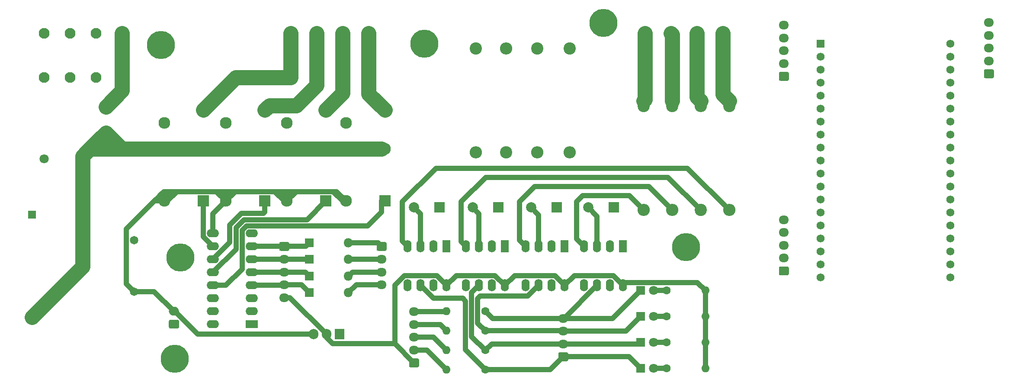
<source format=gbr>
G04 #@! TF.GenerationSoftware,KiCad,Pcbnew,(5.1.6)-1*
G04 #@! TF.CreationDate,2021-09-20T00:00:24+02:00*
G04 #@! TF.ProjectId,hamodule,68616d6f-6475-46c6-952e-6b696361645f,rev?*
G04 #@! TF.SameCoordinates,Original*
G04 #@! TF.FileFunction,Copper,L1,Top*
G04 #@! TF.FilePolarity,Positive*
%FSLAX46Y46*%
G04 Gerber Fmt 4.6, Leading zero omitted, Abs format (unit mm)*
G04 Created by KiCad (PCBNEW (5.1.6)-1) date 2021-09-20 00:00:24*
%MOMM*%
%LPD*%
G01*
G04 APERTURE LIST*
G04 #@! TA.AperFunction,ComponentPad*
%ADD10C,1.560000*%
G04 #@! TD*
G04 #@! TA.AperFunction,ComponentPad*
%ADD11R,1.560000X1.560000*%
G04 #@! TD*
G04 #@! TA.AperFunction,ComponentPad*
%ADD12O,1.950000X1.700000*%
G04 #@! TD*
G04 #@! TA.AperFunction,ComponentPad*
%ADD13O,1.800000X1.800000*%
G04 #@! TD*
G04 #@! TA.AperFunction,ComponentPad*
%ADD14R,1.800000X1.800000*%
G04 #@! TD*
G04 #@! TA.AperFunction,ComponentPad*
%ADD15C,1.800000*%
G04 #@! TD*
G04 #@! TA.AperFunction,ComponentPad*
%ADD16C,2.100000*%
G04 #@! TD*
G04 #@! TA.AperFunction,ComponentPad*
%ADD17C,5.500000*%
G04 #@! TD*
G04 #@! TA.AperFunction,ComponentPad*
%ADD18C,2.300000*%
G04 #@! TD*
G04 #@! TA.AperFunction,ComponentPad*
%ADD19R,2.300000X2.300000*%
G04 #@! TD*
G04 #@! TA.AperFunction,ComponentPad*
%ADD20O,2.400000X2.400000*%
G04 #@! TD*
G04 #@! TA.AperFunction,ComponentPad*
%ADD21C,2.400000*%
G04 #@! TD*
G04 #@! TA.AperFunction,ComponentPad*
%ADD22C,2.000000*%
G04 #@! TD*
G04 #@! TA.AperFunction,ComponentPad*
%ADD23R,2.000000X2.000000*%
G04 #@! TD*
G04 #@! TA.AperFunction,ComponentPad*
%ADD24R,2.400000X1.600000*%
G04 #@! TD*
G04 #@! TA.AperFunction,ComponentPad*
%ADD25O,2.400000X1.600000*%
G04 #@! TD*
G04 #@! TA.AperFunction,ComponentPad*
%ADD26O,1.600000X2.400000*%
G04 #@! TD*
G04 #@! TA.AperFunction,ComponentPad*
%ADD27R,1.600000X2.400000*%
G04 #@! TD*
G04 #@! TA.AperFunction,ComponentPad*
%ADD28O,1.905000X2.000000*%
G04 #@! TD*
G04 #@! TA.AperFunction,ComponentPad*
%ADD29R,1.905000X2.000000*%
G04 #@! TD*
G04 #@! TA.AperFunction,ComponentPad*
%ADD30O,1.600000X1.600000*%
G04 #@! TD*
G04 #@! TA.AperFunction,ComponentPad*
%ADD31C,1.600000*%
G04 #@! TD*
G04 #@! TA.AperFunction,ComponentPad*
%ADD32O,2.000000X1.700000*%
G04 #@! TD*
G04 #@! TA.AperFunction,ComponentPad*
%ADD33C,1.650000*%
G04 #@! TD*
G04 #@! TA.AperFunction,ComponentPad*
%ADD34R,1.650000X1.650000*%
G04 #@! TD*
G04 #@! TA.AperFunction,Conductor*
%ADD35C,3.000000*%
G04 #@! TD*
G04 #@! TA.AperFunction,Conductor*
%ADD36C,1.000000*%
G04 #@! TD*
G04 APERTURE END LIST*
D10*
X206595000Y-67020000D03*
X206595000Y-64480000D03*
X206595000Y-61940000D03*
X206595000Y-59400000D03*
X206595000Y-56860000D03*
X206595000Y-54320000D03*
X206595000Y-51780000D03*
X206595000Y-49240000D03*
X206595000Y-46700000D03*
X206595000Y-44160000D03*
X206595000Y-41620000D03*
X206595000Y-39080000D03*
X206595000Y-36540000D03*
X206595000Y-34000000D03*
X206595000Y-31460000D03*
X206595000Y-28920000D03*
X206595000Y-26380000D03*
X206595000Y-23840000D03*
X206595000Y-21300000D03*
X181195000Y-64480000D03*
X181195000Y-61940000D03*
X181195000Y-59400000D03*
X181195000Y-56860000D03*
X181195000Y-54320000D03*
X181195000Y-51780000D03*
X181195000Y-49240000D03*
X181195000Y-46700000D03*
X181195000Y-44160000D03*
X181195000Y-41620000D03*
X181195000Y-39080000D03*
X181195000Y-36540000D03*
X181195000Y-34000000D03*
X181195000Y-31460000D03*
X181195000Y-28920000D03*
X181195000Y-26380000D03*
X181195000Y-67020000D03*
X181195000Y-23840000D03*
D11*
X181195000Y-21300000D03*
D12*
X173990000Y-55746000D03*
X173990000Y-58246000D03*
X173990000Y-60746000D03*
X173990000Y-63246000D03*
G04 #@! TA.AperFunction,ComponentPad*
G36*
G01*
X174715000Y-66596000D02*
X173265000Y-66596000D01*
G75*
G02*
X173015000Y-66346000I0J250000D01*
G01*
X173015000Y-65146000D01*
G75*
G02*
X173265000Y-64896000I250000J0D01*
G01*
X174715000Y-64896000D01*
G75*
G02*
X174965000Y-65146000I0J-250000D01*
G01*
X174965000Y-66346000D01*
G75*
G02*
X174715000Y-66596000I-250000J0D01*
G01*
G37*
G04 #@! TD.AperFunction*
X214122000Y-17178000D03*
X214122000Y-19678000D03*
X214122000Y-22178000D03*
X214122000Y-24678000D03*
G04 #@! TA.AperFunction,ComponentPad*
G36*
G01*
X214847000Y-28028000D02*
X213397000Y-28028000D01*
G75*
G02*
X213147000Y-27778000I0J250000D01*
G01*
X213147000Y-26578000D01*
G75*
G02*
X213397000Y-26328000I250000J0D01*
G01*
X214847000Y-26328000D01*
G75*
G02*
X215097000Y-26578000I0J-250000D01*
G01*
X215097000Y-27778000D01*
G75*
G02*
X214847000Y-28028000I-250000J0D01*
G01*
G37*
G04 #@! TD.AperFunction*
X173990000Y-17686000D03*
X173990000Y-20186000D03*
X173990000Y-22686000D03*
X173990000Y-25186000D03*
G04 #@! TA.AperFunction,ComponentPad*
G36*
G01*
X174715000Y-28536000D02*
X173265000Y-28536000D01*
G75*
G02*
X173015000Y-28286000I0J250000D01*
G01*
X173015000Y-27086000D01*
G75*
G02*
X173265000Y-26836000I250000J0D01*
G01*
X174715000Y-26836000D01*
G75*
G02*
X174965000Y-27086000I0J-250000D01*
G01*
X174965000Y-28286000D01*
G75*
G02*
X174715000Y-28536000I-250000J0D01*
G01*
G37*
G04 #@! TD.AperFunction*
D13*
X88750000Y-60250000D03*
D14*
X81130000Y-60250000D03*
D13*
X88750000Y-63500000D03*
D14*
X81130000Y-63500000D03*
D13*
X88750000Y-66750000D03*
D14*
X81130000Y-66750000D03*
D13*
X88750000Y-70000000D03*
D14*
X81130000Y-70000000D03*
D15*
X36710000Y-45448330D03*
X29210000Y-43815000D03*
D16*
X29210000Y-19240000D03*
X29210000Y-27940000D03*
X34290000Y-19240000D03*
X34290000Y-27940000D03*
X39370000Y-19240000D03*
X39370000Y-27940000D03*
X44450000Y-19240000D03*
X44450000Y-27940000D03*
D17*
X52070000Y-21590000D03*
D18*
X76708000Y-52070000D03*
X76708000Y-36830000D03*
X84328000Y-34290000D03*
X84328000Y-41910000D03*
D19*
X84328000Y-52070000D03*
D20*
X132080000Y-42545000D03*
D21*
X132080000Y-22225000D03*
D20*
X125730000Y-42545000D03*
D21*
X125730000Y-22225000D03*
D22*
X113110000Y-53340000D03*
D23*
X118110000Y-53340000D03*
D22*
X124540000Y-53340000D03*
D23*
X129540000Y-53340000D03*
D24*
X69850000Y-76200000D03*
D25*
X62230000Y-58420000D03*
X69850000Y-73660000D03*
X62230000Y-60960000D03*
X69850000Y-71120000D03*
X62230000Y-63500000D03*
X69850000Y-68580000D03*
X62230000Y-66040000D03*
X69850000Y-66040000D03*
X62230000Y-68580000D03*
X69850000Y-63500000D03*
X62230000Y-71120000D03*
X69850000Y-60960000D03*
X62230000Y-73660000D03*
X69850000Y-58420000D03*
X62230000Y-76200000D03*
D12*
X95250000Y-68460000D03*
X95250000Y-65960000D03*
X95250000Y-63460000D03*
G04 #@! TA.AperFunction,ComponentPad*
G36*
G01*
X94525000Y-60110000D02*
X95975000Y-60110000D01*
G75*
G02*
X96225000Y-60360000I0J-250000D01*
G01*
X96225000Y-61560000D01*
G75*
G02*
X95975000Y-61810000I-250000J0D01*
G01*
X94525000Y-61810000D01*
G75*
G02*
X94275000Y-61560000I0J250000D01*
G01*
X94275000Y-60360000D01*
G75*
G02*
X94525000Y-60110000I250000J0D01*
G01*
G37*
G04 #@! TD.AperFunction*
X101600000Y-73740000D03*
X101600000Y-76240000D03*
X101600000Y-78740000D03*
X101600000Y-81240000D03*
G04 #@! TA.AperFunction,ComponentPad*
G36*
G01*
X102325000Y-84590000D02*
X100875000Y-84590000D01*
G75*
G02*
X100625000Y-84340000I0J250000D01*
G01*
X100625000Y-83140000D01*
G75*
G02*
X100875000Y-82890000I250000J0D01*
G01*
X102325000Y-82890000D01*
G75*
G02*
X102575000Y-83140000I0J-250000D01*
G01*
X102575000Y-84340000D01*
G75*
G02*
X102325000Y-84590000I-250000J0D01*
G01*
G37*
G04 #@! TD.AperFunction*
D26*
X119380000Y-68580000D03*
X111760000Y-60960000D03*
X116840000Y-68580000D03*
X114300000Y-60960000D03*
X114300000Y-68580000D03*
X116840000Y-60960000D03*
X111760000Y-68580000D03*
D27*
X119380000Y-60960000D03*
D26*
X142494000Y-68580000D03*
X134874000Y-60960000D03*
X139954000Y-68580000D03*
X137414000Y-60960000D03*
X137414000Y-68580000D03*
X139954000Y-60960000D03*
X134874000Y-68580000D03*
D27*
X142494000Y-60960000D03*
D26*
X131064000Y-68580000D03*
X123444000Y-60960000D03*
X128524000Y-68580000D03*
X125984000Y-60960000D03*
X125984000Y-68580000D03*
X128524000Y-60960000D03*
X123444000Y-68580000D03*
D27*
X131064000Y-60960000D03*
D26*
X107950000Y-68580000D03*
X100330000Y-60960000D03*
X105410000Y-68580000D03*
X102870000Y-60960000D03*
X102870000Y-68580000D03*
X105410000Y-60960000D03*
X100330000Y-68580000D03*
D27*
X107950000Y-60960000D03*
D28*
X81915000Y-78105000D03*
X84455000Y-78105000D03*
D29*
X86995000Y-78105000D03*
D30*
X158623000Y-84836000D03*
D31*
X151003000Y-84836000D03*
D30*
X158623000Y-79756000D03*
D31*
X151003000Y-79756000D03*
D30*
X158623000Y-74676000D03*
D31*
X151003000Y-74676000D03*
D30*
X107950000Y-85090000D03*
D31*
X115570000Y-85090000D03*
D30*
X107950000Y-81280000D03*
D31*
X115570000Y-81280000D03*
D30*
X107950000Y-77470000D03*
D31*
X115570000Y-77470000D03*
D30*
X107950000Y-73660000D03*
D31*
X115570000Y-73660000D03*
D30*
X158623000Y-69596000D03*
D31*
X151003000Y-69596000D03*
D12*
X76200000Y-70960000D03*
X76200000Y-68460000D03*
X76200000Y-65960000D03*
X76200000Y-63460000D03*
G04 #@! TA.AperFunction,ComponentPad*
G36*
G01*
X75475000Y-60110000D02*
X76925000Y-60110000D01*
G75*
G02*
X77175000Y-60360000I0J-250000D01*
G01*
X77175000Y-61560000D01*
G75*
G02*
X76925000Y-61810000I-250000J0D01*
G01*
X75475000Y-61810000D01*
G75*
G02*
X75225000Y-61560000I0J250000D01*
G01*
X75225000Y-60360000D01*
G75*
G02*
X75475000Y-60110000I250000J0D01*
G01*
G37*
G04 #@! TD.AperFunction*
D15*
X148463000Y-84836000D03*
D14*
X145923000Y-84836000D03*
D15*
X148463000Y-79756000D03*
D14*
X145923000Y-79756000D03*
D15*
X148463000Y-74676000D03*
D14*
X145923000Y-74676000D03*
D15*
X148463000Y-69596000D03*
D14*
X145923000Y-69596000D03*
D22*
X135716000Y-53340000D03*
D23*
X140716000Y-53340000D03*
D22*
X101600000Y-53340000D03*
D23*
X106600000Y-53340000D03*
D12*
X130810000Y-75050000D03*
X130810000Y-77550000D03*
X130810000Y-80050000D03*
G04 #@! TA.AperFunction,ComponentPad*
G36*
G01*
X131535000Y-83400000D02*
X130085000Y-83400000D01*
G75*
G02*
X129835000Y-83150000I0J250000D01*
G01*
X129835000Y-81950000D01*
G75*
G02*
X130085000Y-81700000I250000J0D01*
G01*
X131535000Y-81700000D01*
G75*
G02*
X131785000Y-81950000I0J-250000D01*
G01*
X131785000Y-83150000D01*
G75*
G02*
X131535000Y-83400000I-250000J0D01*
G01*
G37*
G04 #@! TD.AperFunction*
D32*
X54610000Y-73660000D03*
G04 #@! TA.AperFunction,ComponentPad*
G36*
G01*
X55360000Y-77010000D02*
X53860000Y-77010000D01*
G75*
G02*
X53610000Y-76760000I0J250000D01*
G01*
X53610000Y-75560000D01*
G75*
G02*
X53860000Y-75310000I250000J0D01*
G01*
X55360000Y-75310000D01*
G75*
G02*
X55610000Y-75560000I0J-250000D01*
G01*
X55610000Y-76760000D01*
G75*
G02*
X55360000Y-77010000I-250000J0D01*
G01*
G37*
G04 #@! TD.AperFunction*
D20*
X163322000Y-53848000D03*
D21*
X163322000Y-33528000D03*
D20*
X113665000Y-42545000D03*
D21*
X113665000Y-22225000D03*
D20*
X157734000Y-33528000D03*
D21*
X157734000Y-53848000D03*
D20*
X119634000Y-22225000D03*
D21*
X119634000Y-42545000D03*
D20*
X146558000Y-53848000D03*
D21*
X146558000Y-33528000D03*
D20*
X152146000Y-53848000D03*
D21*
X152146000Y-33528000D03*
D33*
X46830000Y-59770000D03*
X46830000Y-69770000D03*
X26830000Y-74770000D03*
D34*
X26830000Y-54770000D03*
D17*
X154800000Y-61100000D03*
X54800000Y-82900000D03*
X55900000Y-63100000D03*
X103632000Y-21336000D03*
X138684000Y-17272000D03*
D22*
X41275000Y-38735000D03*
X41275000Y-33655000D03*
D18*
X52705000Y-52070000D03*
X52705000Y-36830000D03*
X60325000Y-34290000D03*
X60325000Y-41910000D03*
D19*
X60325000Y-52070000D03*
D18*
X64770000Y-52070000D03*
X64770000Y-36830000D03*
X72390000Y-34290000D03*
X72390000Y-41910000D03*
D19*
X72390000Y-52070000D03*
D18*
X88265000Y-52070000D03*
X88265000Y-36830000D03*
X95885000Y-34290000D03*
X95885000Y-41910000D03*
D19*
X95885000Y-52070000D03*
D16*
X146812000Y-19240000D03*
X146812000Y-27940000D03*
X151892000Y-19240000D03*
X151892000Y-27940000D03*
X156972000Y-19240000D03*
X156972000Y-27940000D03*
X162052000Y-19240000D03*
X162052000Y-27940000D03*
X77470000Y-19240000D03*
X77470000Y-27940000D03*
X82550000Y-19240000D03*
X82550000Y-27940000D03*
X87630000Y-19240000D03*
X87630000Y-27940000D03*
X92710000Y-19240000D03*
X92710000Y-27940000D03*
D35*
X41275000Y-38735000D02*
X44450000Y-41910000D01*
X44450000Y-41910000D02*
X95250000Y-41910000D01*
X36710000Y-64890000D02*
X26830000Y-74770000D01*
X36710000Y-45448330D02*
X36710000Y-64890000D01*
X36710000Y-45448330D02*
X36710000Y-43300000D01*
X38100000Y-41910000D02*
X41275000Y-38735000D01*
X38100000Y-41910000D02*
X44450000Y-41910000D01*
X36710000Y-43300000D02*
X38100000Y-41910000D01*
D36*
X85779999Y-50219999D02*
X78050001Y-50219999D01*
X87630000Y-52070000D02*
X85779999Y-50219999D01*
X74349999Y-50219999D02*
X66620001Y-50219999D01*
X76200000Y-52070000D02*
X74349999Y-50219999D01*
X55190001Y-50219999D02*
X53340000Y-52070000D01*
X62919999Y-50219999D02*
X55190001Y-50219999D01*
X53340000Y-52070000D02*
X50800000Y-52070000D01*
X45304999Y-68244999D02*
X46830000Y-69770000D01*
X45304999Y-57565001D02*
X45304999Y-68244999D01*
X50800000Y-52070000D02*
X45304999Y-57565001D01*
X76200000Y-50800000D02*
X76780001Y-50219999D01*
X76780001Y-50219999D02*
X78050001Y-50219999D01*
X76200000Y-52070000D02*
X76200000Y-50800000D01*
X74349999Y-50219999D02*
X75619999Y-50219999D01*
X76200000Y-50800000D02*
X75619999Y-50219999D01*
X75619999Y-50219999D02*
X76780001Y-50219999D01*
X76200000Y-52070000D02*
X77470000Y-50800000D01*
X78050001Y-50219999D02*
X77470000Y-50800000D01*
X64770000Y-50800000D02*
X64189999Y-50219999D01*
X62919999Y-50219999D02*
X64189999Y-50219999D01*
X64770000Y-50800000D02*
X65350001Y-50219999D01*
X64189999Y-50219999D02*
X65350001Y-50219999D01*
X64770000Y-52070000D02*
X64770000Y-50800000D01*
X65350001Y-50219999D02*
X66620001Y-50219999D01*
X52070000Y-50800000D02*
X53340000Y-52070000D01*
X52070000Y-50800000D02*
X52650001Y-50219999D01*
X52070000Y-52070000D02*
X51435000Y-51435000D01*
X50800000Y-52070000D02*
X51435000Y-51435000D01*
X53340000Y-52070000D02*
X52070000Y-52070000D01*
X51435000Y-51435000D02*
X52070000Y-50800000D01*
X53340000Y-50909998D02*
X52650001Y-50219999D01*
X53340000Y-52070000D02*
X53340000Y-50909998D01*
X53340000Y-50800000D02*
X53920001Y-50219999D01*
X53340000Y-52070000D02*
X53340000Y-50800000D01*
X52650001Y-50219999D02*
X53920001Y-50219999D01*
X53920001Y-50219999D02*
X55190001Y-50219999D01*
X50720000Y-69770000D02*
X54610000Y-73660000D01*
X46830000Y-69770000D02*
X50720000Y-69770000D01*
X62919999Y-50219999D02*
X64770000Y-52070000D01*
X54555001Y-50219999D02*
X62919999Y-50219999D01*
X52705000Y-52070000D02*
X54555001Y-50219999D01*
X62230000Y-54610000D02*
X62230000Y-58420000D01*
X64770000Y-52070000D02*
X62230000Y-54610000D01*
X74857999Y-50219999D02*
X76708000Y-52070000D01*
X66620001Y-50219999D02*
X74857999Y-50219999D01*
X64770000Y-52070000D02*
X66620001Y-50219999D01*
X86414999Y-50219999D02*
X88265000Y-52070000D01*
X78558001Y-50219999D02*
X86414999Y-50219999D01*
X76708000Y-52070000D02*
X78558001Y-50219999D01*
X54803520Y-73660000D02*
X54610000Y-73660000D01*
X59248520Y-78105000D02*
X54803520Y-73660000D01*
X81915000Y-78105000D02*
X59248520Y-78105000D01*
X158623000Y-79756000D02*
X158623000Y-69596000D01*
X158623000Y-79756000D02*
X158623000Y-84836000D01*
X97870000Y-80010000D02*
X101600000Y-83740000D01*
X132964010Y-66679990D02*
X131064000Y-68580000D01*
X140593990Y-66679990D02*
X132964010Y-66679990D01*
X142494000Y-68580000D02*
X140593990Y-66679990D01*
X109850010Y-66679990D02*
X107950000Y-68580000D01*
X117461324Y-66679990D02*
X109850010Y-66679990D01*
X119361334Y-68580000D02*
X117461324Y-66679990D01*
X119380000Y-68580000D02*
X119361334Y-68580000D01*
X157022999Y-67995999D02*
X158623000Y-69596000D01*
X143078001Y-67995999D02*
X157022999Y-67995999D01*
X142494000Y-68580000D02*
X143078001Y-67995999D01*
X129163990Y-66679990D02*
X121280010Y-66679990D01*
X121280010Y-66679990D02*
X119380000Y-68580000D01*
X131064000Y-68580000D02*
X129163990Y-66679990D01*
X97870000Y-68518666D02*
X97870000Y-80010000D01*
X99708676Y-66679990D02*
X97870000Y-68518666D01*
X106049990Y-66679990D02*
X99708676Y-66679990D01*
X107950000Y-68580000D02*
X106049990Y-66679990D01*
X84455000Y-78777502D02*
X84455000Y-78105000D01*
X85687498Y-80010000D02*
X84455000Y-78777502D01*
X97870000Y-80010000D02*
X85687498Y-80010000D01*
X77310000Y-70960000D02*
X76200000Y-70960000D01*
X84455000Y-78105000D02*
X77310000Y-70960000D01*
D35*
X163322000Y-32512000D02*
X162052000Y-31242000D01*
X162052000Y-31242000D02*
X162052000Y-19240000D01*
X156972000Y-31750000D02*
X157734000Y-32512000D01*
X156972000Y-19240000D02*
X156972000Y-31750000D01*
X146812000Y-32258000D02*
X146558000Y-32512000D01*
X146812000Y-19240000D02*
X146812000Y-32258000D01*
X152146000Y-19494000D02*
X151892000Y-19240000D01*
X152146000Y-32512000D02*
X152146000Y-19494000D01*
X92710000Y-27940000D02*
X92710000Y-19240000D01*
X92710000Y-31115000D02*
X95885000Y-34290000D01*
X92710000Y-27940000D02*
X92710000Y-31115000D01*
X87630000Y-27940000D02*
X87630000Y-19240000D01*
X87630000Y-30988000D02*
X84328000Y-34290000D01*
X87630000Y-27940000D02*
X87630000Y-30988000D01*
X82550000Y-27940000D02*
X82550000Y-19240000D01*
X73300001Y-33379999D02*
X72390000Y-34290000D01*
X78594925Y-33379999D02*
X73300001Y-33379999D01*
X82550000Y-29424924D02*
X78594925Y-33379999D01*
X82550000Y-27940000D02*
X82550000Y-29424924D01*
X77470000Y-27940000D02*
X77470000Y-19240000D01*
X66675000Y-27940000D02*
X60325000Y-34290000D01*
X77470000Y-27940000D02*
X66675000Y-27940000D01*
D36*
X102870000Y-54610000D02*
X101600000Y-53340000D01*
X102870000Y-60960000D02*
X102870000Y-54610000D01*
X114300000Y-54530000D02*
X113110000Y-53340000D01*
X114300000Y-60960000D02*
X114300000Y-54530000D01*
X125984000Y-54784000D02*
X124540000Y-53340000D01*
X125984000Y-60960000D02*
X125984000Y-54784000D01*
X137414000Y-55038000D02*
X135716000Y-53340000D01*
X137414000Y-60960000D02*
X137414000Y-55038000D01*
X60329990Y-59059990D02*
X62230000Y-60960000D01*
X60329990Y-52700010D02*
X60329990Y-59059990D01*
X60960000Y-52070000D02*
X60329990Y-52700010D01*
X67815889Y-54519971D02*
X65549972Y-56785890D01*
X72090030Y-54519970D02*
X67815889Y-54519971D01*
X72390000Y-52070000D02*
X72390000Y-54220000D01*
X72390000Y-54220000D02*
X72090030Y-54519970D01*
X65549972Y-60180028D02*
X62230000Y-63500000D01*
X65549972Y-56785890D02*
X65549972Y-60180028D01*
X66749982Y-57282948D02*
X66749982Y-61520018D01*
X66749982Y-61520018D02*
X62230000Y-66040000D01*
X80678020Y-55719980D02*
X68312949Y-55719981D01*
X68312949Y-55719981D02*
X66749982Y-57282948D01*
X84328000Y-52070000D02*
X80678020Y-55719980D01*
X95250000Y-54220000D02*
X92520010Y-56949990D01*
X95250000Y-52070000D02*
X95250000Y-54220000D01*
X70871324Y-56919990D02*
X68810010Y-56919990D01*
X92520010Y-56949990D02*
X70901324Y-56949990D01*
X70901324Y-56949990D02*
X70871324Y-56919990D01*
X67949990Y-57780010D02*
X67949990Y-65400010D01*
X68810010Y-56919990D02*
X67949990Y-57780010D01*
X64770000Y-68580000D02*
X62230000Y-68580000D01*
X67949990Y-65400010D02*
X64770000Y-68580000D01*
D35*
X44450000Y-19240000D02*
X44450000Y-27940000D01*
X44450000Y-30480000D02*
X41275000Y-33655000D01*
X44450000Y-27940000D02*
X44450000Y-30480000D01*
D36*
X116960000Y-75050000D02*
X115570000Y-73660000D01*
X130810000Y-75050000D02*
X116960000Y-75050000D01*
X140469000Y-75050000D02*
X145923000Y-69596000D01*
X130810000Y-75050000D02*
X140469000Y-75050000D01*
X130944000Y-75050000D02*
X130810000Y-75050000D01*
X137414000Y-68580000D02*
X130944000Y-75050000D01*
X130730000Y-77470000D02*
X130810000Y-77550000D01*
X115570000Y-77470000D02*
X130730000Y-77470000D01*
X143049000Y-77550000D02*
X145923000Y-74676000D01*
X130810000Y-77550000D02*
X143049000Y-77550000D01*
X125984000Y-68580000D02*
X123865465Y-70698535D01*
X123865465Y-70698535D02*
X114513535Y-70698535D01*
X114069999Y-71142071D02*
X114069999Y-75969999D01*
X114069999Y-75969999D02*
X115570000Y-77470000D01*
X114513535Y-70698535D02*
X114069999Y-71142071D01*
X145883000Y-79796000D02*
X145923000Y-79756000D01*
X116800000Y-80050000D02*
X130810000Y-80050000D01*
X115570000Y-81280000D02*
X116800000Y-80050000D01*
X145629000Y-80050000D02*
X145923000Y-79756000D01*
X130810000Y-80050000D02*
X145629000Y-80050000D01*
X112869989Y-78579989D02*
X115570000Y-81280000D01*
X112869989Y-70010011D02*
X112869989Y-78579989D01*
X114300000Y-68580000D02*
X112869989Y-70010011D01*
X128270000Y-85090000D02*
X130810000Y-82550000D01*
X115570000Y-85090000D02*
X128270000Y-85090000D01*
X143637000Y-82550000D02*
X145923000Y-84836000D01*
X130810000Y-82550000D02*
X143637000Y-82550000D01*
X102870000Y-68580000D02*
X105410000Y-71120000D01*
X111669979Y-81189979D02*
X115570000Y-85090000D01*
X111669979Y-71664979D02*
X111669979Y-81189979D01*
X111125000Y-71120000D02*
X111669979Y-71664979D01*
X105410000Y-71120000D02*
X111125000Y-71120000D01*
X76120000Y-68580000D02*
X76200000Y-68500000D01*
X69850000Y-68580000D02*
X76120000Y-68580000D01*
X76280000Y-68580000D02*
X76200000Y-68500000D01*
X79590000Y-68460000D02*
X81130000Y-70000000D01*
X76200000Y-68460000D02*
X79590000Y-68460000D01*
X80340000Y-65960000D02*
X81130000Y-66750000D01*
X76200000Y-65960000D02*
X80340000Y-65960000D01*
X76120000Y-66040000D02*
X76200000Y-65960000D01*
X69850000Y-66040000D02*
X76120000Y-66040000D01*
X81090000Y-63460000D02*
X81130000Y-63500000D01*
X76200000Y-63460000D02*
X81090000Y-63460000D01*
X76160000Y-63500000D02*
X76200000Y-63460000D01*
X69850000Y-63500000D02*
X76160000Y-63500000D01*
X76160000Y-60960000D02*
X76200000Y-61000000D01*
X69850000Y-60960000D02*
X76160000Y-60960000D01*
X80420000Y-60960000D02*
X81130000Y-60250000D01*
X76200000Y-60960000D02*
X80420000Y-60960000D01*
X107870000Y-73740000D02*
X107950000Y-73660000D01*
X101600000Y-73740000D02*
X107870000Y-73740000D01*
X106720000Y-76240000D02*
X107950000Y-77470000D01*
X101600000Y-76240000D02*
X106720000Y-76240000D01*
X105410000Y-78740000D02*
X107950000Y-81280000D01*
X101600000Y-78740000D02*
X105410000Y-78740000D01*
X104100000Y-81240000D02*
X107950000Y-85090000D01*
X101600000Y-81240000D02*
X104100000Y-81240000D01*
X99299999Y-59929999D02*
X100330000Y-60960000D01*
X99299999Y-52235999D02*
X99299999Y-59929999D01*
X105896028Y-45639970D02*
X99299999Y-52235999D01*
X155113970Y-45639970D02*
X105896028Y-45639970D01*
X163322000Y-53848000D02*
X155113970Y-45639970D01*
X148463000Y-84836000D02*
X151003000Y-84836000D01*
X148463000Y-79756000D02*
X151003000Y-79756000D01*
X148463000Y-74676000D02*
X151003000Y-74676000D01*
X148463000Y-69596000D02*
X151003000Y-69596000D01*
X133415999Y-59501999D02*
X134874000Y-60960000D01*
X133415999Y-52235999D02*
X133415999Y-59501999D01*
X134611999Y-51039999D02*
X133415999Y-52235999D01*
X143749999Y-51039999D02*
X134611999Y-51039999D01*
X146558000Y-53848000D02*
X143749999Y-51039999D01*
X110809999Y-60009999D02*
X111760000Y-60960000D01*
X115606018Y-47439980D02*
X110809999Y-52235999D01*
X110809999Y-52235999D02*
X110809999Y-60009999D01*
X151325980Y-47439980D02*
X115606018Y-47439980D01*
X157734000Y-53848000D02*
X151325980Y-47439980D01*
X122239999Y-59755999D02*
X123444000Y-60960000D01*
X125236008Y-49239990D02*
X122239999Y-52235999D01*
X147537990Y-49239990D02*
X125236008Y-49239990D01*
X122239999Y-52235999D02*
X122239999Y-59755999D01*
X152146000Y-53848000D02*
X147537990Y-49239990D01*
X90290000Y-68460000D02*
X88750000Y-70000000D01*
X95250000Y-68460000D02*
X90290000Y-68460000D01*
X95170000Y-66040000D02*
X95250000Y-65960000D01*
X89540000Y-65960000D02*
X88750000Y-66750000D01*
X95250000Y-65960000D02*
X89540000Y-65960000D01*
X95210000Y-63500000D02*
X95250000Y-63460000D01*
X88750000Y-63500000D02*
X95210000Y-63500000D01*
X94540000Y-60250000D02*
X95250000Y-60960000D01*
X88750000Y-60250000D02*
X94540000Y-60250000D01*
M02*

</source>
